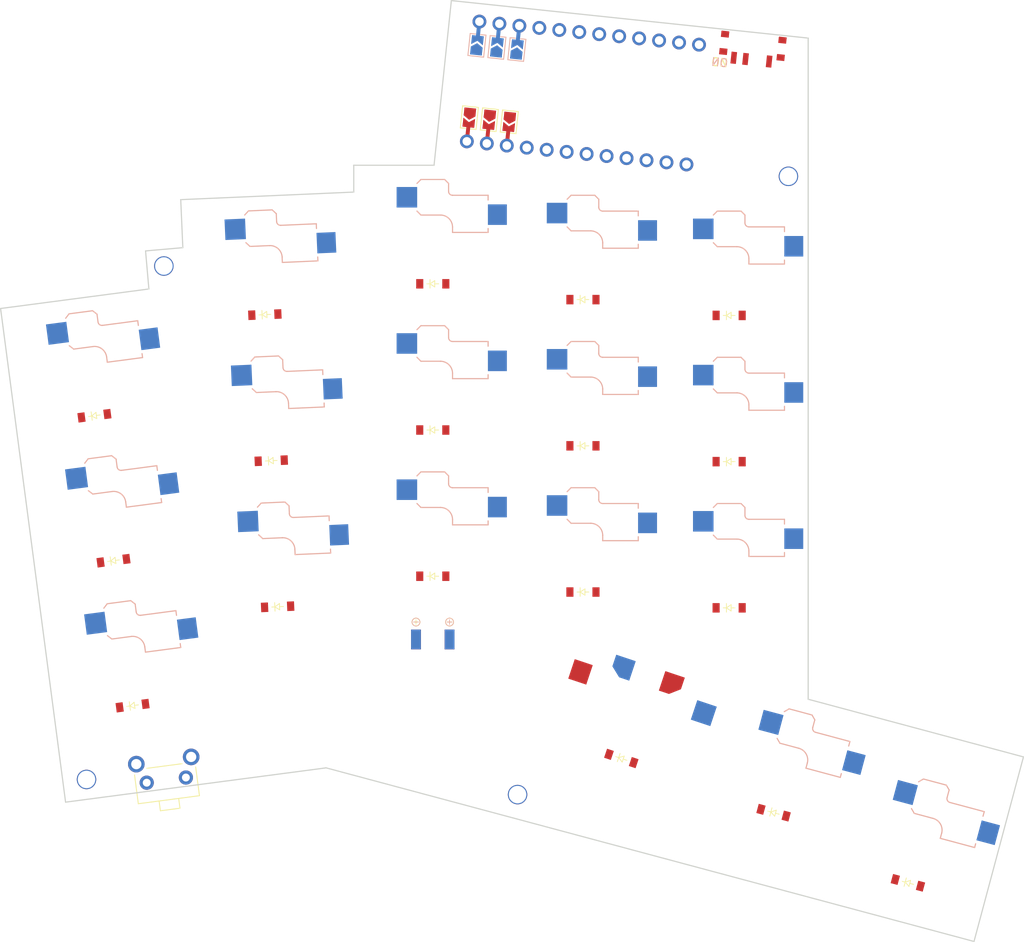
<source format=kicad_pcb>
(kicad_pcb (version 20240108) (generator "pcbnew") (generator_version "8.0")
  (title_block (title "Sybil") (rev "v1.0.0") (company "Unknown"))
  (layers (0 "F.Cu" signal) (31 "B.Cu" signal) (34 "B.Paste" user) (35 "F.Paste" user) (36 "B.SilkS" user "B.Silkscreen") (37 "F.SilkS" user "F.Silkscreen") (38 "B.Mask" user) (39 "F.Mask" user) (44 "Edge.Cuts" user))
  (net 0 "")
  (net 1 "RAW")
  (net 2 "GND")
  (net 3 "RST")
  (net 4 "P10")
  (net 5 "P11")
  (net 6 "P12")
  (net 7 "P13")
  (net 8 "P14")
  (net 9 "P15")
  (net 10 "P16")
  (net 11 "P17")
  (net 12 "P20")
  (net 13 "P21")
  (net 14 "P22")
  (net 15 "P23")
  (net 16 "P24")
  (net 17 "P25")
  (net 18 "P26")
  (net 19 "P27")
  (net 20 "C0")
  (net 21 "pinky_bottom")
  (net 22 "pinky_home")
  (net 23 "pinky_top")
  (net 24 "C1")
  (net 25 "ring_bottom")
  (net 26 "ring_home")
  (net 27 "ring_top")
  (net 28 "C2")
  (net 29 "middle_bottom")
  (net 30 "middle_home")
  (net 31 "middle_top")
  (net 32 "C3")
  (net 33 "index_bottom")
  (net 34 "index_home")
  (net 35 "index_top")
  (net 36 "C4")
  (net 37 "inner_bottom")
  (net 38 "inner_home")
  (net 39 "inner_top")
  (net 40 "flexion_cluster")
  (net 41 "base_cluster")
  (net 42 "extension_cluster")
  (net 43 "R2")
  (net 44 "R1")
  (net 45 "R0")
  (net 46 "R3")
  (net 47 "BAT_P")
  (footprint "ComboDiode" (layer "F.Cu") (at 157.634462 72.082685)
    (property "Reference" "D11" (hide yes))
    (property "Value" "")
    (pad "1" smd rect (at -1.65 0) (size 0.9 1.2) (layers "F.Cu" "F.Paste" "F.Mask") (net 44 "R1"))
    (pad "2" smd rect (at 1.65 0) (size 0.9 1.2) (layers "F.Cu" "F.Paste" "F.Mask") (net 34 "index_home"))
  )
  (footprint "ComboDiode" (layer "F.Cu") (at 117.388535 55.482674 2.5)
    (property "Reference" "D6" (hide yes))
    (property "Value" "")
    (pad "1" smd rect (at -1.65 0 2.5) (size 0.9 1.2) (layers "F.Cu" "F.Paste" "F.Mask") (net 45 "R0"))
    (pad "2" smd rect (at 1.65 0 2.5) (size 0.9 1.2) (layers "F.Cu" "F.Paste" "F.Mask") (net 27 "ring_top"))
  )
  (footprint "ComboDiode" (layer "F.Cu") (at 162.490785 111.64179 -18.5)
    (property "Reference" "D16" (hide yes))
    (property "Value" "")
    (pad "1" smd rect (at -1.65 0 341.5) (size 0.9 1.2) (layers "F.Cu" "F.Paste" "F.Mask") (net 46 "R3"))
    (pad "2" smd rect (at 1.65 0 341.5) (size 0.9 1.2) (layers "F.Cu" "F.Paste" "F.Mask") (net 40 "flexion_cluster"))
  )
  (footprint "ComboDiode" (layer "F.Cu") (at 181.753363 118.50284 -15)
    (property "Reference" "D17" (hide yes))
    (property "Value" "")
    (pad "1" smd rect (at -1.65 0.000001 345) (size 0.9 1.2) (layers "F.Cu" "F.Paste" "F.Mask") (net 46 "R3"))
    (pad "2" smd rect (at 1.65 -0.000001 345) (size 0.9 1.2) (layers "F.Cu" "F.Paste" "F.Mask") (net 41 "base_cluster"))
  )
  (footprint "mounting_hole" (layer "F.Cu") (at 183.634462 37.982685)
    (property "Reference" "H2" (hide yes))
    (property "Value" "")
    (pad "" thru_hole circle (at 0 0 180) (size 2.46 2.46) (drill 2.2) (layers "*.Cu" "*.Mask"))
  )
  (footprint "ComboDiode" (layer "F.Cu") (at 198.750659 127.378164 -15)
    (property "Reference" "D18" (hide yes))
    (property "Value" "")
    (pad "1" smd rect (at -1.65 0.000001 345) (size 0.9 1.2) (layers "F.Cu" "F.Paste" "F.Mask") (net 46 "R3"))
    (pad "2" smd rect (at 1.65 -0.000001 345) (size 0.9 1.2) (layers "F.Cu" "F.Paste" "F.Mask") (net 42 "extension_cluster"))
  )
  (footprint "ComboDiode" (layer "F.Cu") (at 98.237896 86.615494 7.5)
    (property "Reference" "D2" (hide yes))
    (property "Value" "")
    (pad "1" smd rect (at -1.65 0 7.5) (size 0.9 1.2) (layers "F.Cu" "F.Paste" "F.Mask") (net 44 "R1"))
    (pad "2" smd rect (at 1.65 0 7.5) (size 0.9 1.2) (layers "F.Cu" "F.Paste" "F.Mask") (net 22 "pinky_home"))
  )
  (footprint "ComboDiode" (layer "F.Cu") (at 176.134462 92.582685)
    (property "Reference" "D13" (hide yes))
    (property "Value" "")
    (pad "1" smd rect (at -1.65 0) (size 0.9 1.2) (layers "F.Cu" "F.Paste" "F.Mask") (net 43 "R2"))
    (pad "2" smd rect (at 1.65 0) (size 0.9 1.2) (layers "F.Cu" "F.Paste" "F.Mask") (net 37 "inner_bottom"))
  )
  (footprint "ComboDiode" (layer "F.Cu") (at 100.652631 104.957224 7.5)
    (property "Reference" "D1" (hide yes))
    (property "Value" "")
    (pad "1" smd rect (at -1.65 0 7.5) (size 0.9 1.2) (layers "F.Cu" "F.Paste" "F.Mask") (net 43 "R2"))
    (pad "2" smd rect (at 1.65 0 7.5) (size 0.9 1.2) (layers "F.Cu" "F.Paste" "F.Mask") (net 21 "pinky_bottom"))
  )
  (footprint "ComboDiode" (layer "F.Cu") (at 157.634462 53.582685)
    (property "Reference" "D12" (hide yes))
    (property "Value" "")
    (pad "1" smd rect (at -1.65 0) (size 0.9 1.2) (layers "F.Cu" "F.Paste" "F.Mask") (net 45 "R0"))
    (pad "2" smd rect (at 1.65 0) (size 0.9 1.2) (layers "F.Cu" "F.Paste" "F.Mask") (net 35 "index_top"))
  )
  (footprint "mounting_hole" (layer "F.Cu") (at 94.82199 114.298189 7.5)
    (property "Reference" "H3" (hide yes))
    (property "Value" "")
    (pad "" thru_hole circle (at 0 0 180) (size 2.46 2.46) (drill 2.2) (layers "*.Cu" "*.Mask"))
  )
  (footprint "pads" (layer "F.Cu") (at 138.634462 96.582685)
    (property "Reference" "PAD1" (hide yes))
    (property "Value" "")
    (pad "1" smd rect (at -2.125 0) (size 1.25 2.5) (layers "F.Cu" "F.Paste" "F.Mask") (net 47 "BAT_P"))
    (pad "1" smd rect (at -2.125 0) (size 1.25 2.5) (layers "B.Cu" "B.Paste" "B.Mask") (net 2 "GND"))
    (pad "2" smd rect (at 2.125 0) (size 1.25 2.5) (layers "F.Cu" "F.Paste" "F.Mask") (net 2 "GND"))
    (pad "2" smd rect (at 2.125 0) (size 1.25 2.5) (layers "B.Cu" "B.Paste" "B.Mask") (net 47 "BAT_P"))
  )
  (footprint "1:SKHLLCA010" (layer "F.Cu") (at 104.755952 113.141148 -172.5)
    (property "Reference" "S19" (hide yes))
    (property "Value" "SKHLLCA010")
    (pad "1" thru_hole circle (at 2.5 -1.25 187.5) (size 1.8 1.8) (drill 1) (layers "*.Cu" "B.Mask") (net 3 "RST"))
    (pad "2" thru_hole circle (at -2.5 -1.25 187.5) (size 1.8 1.8) (drill 1) (layers "*.Cu" "B.Mask") (net 2 "GND"))
    (pad "MP" thru_hole circle (at -3.5 1.25 187.5) (size 2.1 2.1) (drill 1.3) (layers "*.Cu" "*.Mask"))
    (pad "MP" thru_hole circle (at 3.5 1.25 187.5) (size 2.1 2.1) (drill 1.3) (layers "*.Cu" "*.Mask"))
  )
  (footprint "ComboDiode" (layer "F.Cu") (at 138.634462 70.082685)
    (property "Reference" "D8" (hide yes))
    (property "Value" "")
    (pad "1" smd rect (at -1.65 0) (size 0.9 1.2) (layers "F.Cu" "F.Paste" "F.Mask") (net 44 "R1"))
    (pad "2" smd rect (at 1.65 0) (size 0.9 1.2) (layers "F.Cu" "F.Paste" "F.Mask") (net 30 "middle_home"))
  )
  (footprint "ComboDiode" (layer "F.Cu") (at 176.134462 74.082685)
    (property "Reference" "D14" (hide yes))
    (property "Value" "")
    (pad "1" smd rect (at -1.65 0) (size 0.9 1.2) (layers "F.Cu" "F.Paste" "F.Mask") (net 44 "R1"))
    (pad "2" smd rect (at 1.65 0) (size 0.9 1.2) (layers "F.Cu" "F.Paste" "F.Mask") (net 38 "inner_home"))
  )
  (footprint "ComboDiode" (layer "F.Cu") (at 176.134462 55.582685)
    (property "Reference" "D15" (hide yes))
    (property "Value" "")
    (pad "1" smd rect (at -1.65 0) (size 0.9 1.2) (layers "F.Cu" "F.Paste" "F.Mask") (net 45 "R0"))
    (pad "2" smd rect (at 1.65 0) (size 0.9 1.2) (layers "F.Cu" "F.Paste" "F.Mask") (net 39 "inner_top"))
  )
  (footprint "1:promicro" (layer "F.Cu") (at 157.634462 27.442685 84)
    (property "Reference" "MCU1" (hide yes))
    (property "Value" "mcu" (hide yes))
    (pad "" thru_hole circle (at -7.62 -13.97 354) (size 1.7526 1.7526) (drill 1.0922) (layers "*.Cu" "*.Mask"))
    (pad "" thru_hole circle (at -7.62 -11.43 354) (size 1.7526 1.7526) (drill 1.0922) (layers "*.Cu" "*.Mask"))
    (pad "" thru_hole circle (at -7.62 -8.89 354) (size 1.7526 1.7526) (drill 1.0922) (layers "*.Cu" "*.Mask"))
    (pad "" thru_hole circle (at -7.62 -6.35 354) (size 1.7526 1.7526) (drill 1.0922) (layers "*.Cu" "*.Mask"))
    (pad "" smd rect (at -6.25 -13.97 354) (size 0.5 1.524) (layers "F.Cu" "F.Mask"))
    (pad "" smd rect (at -6.25 -11.43 354) (size 0.5 1.524) (layers "F.Cu" "F.Mask"))
    (pad "" smd rect (at -6.25 -8.89 354) (size 0.5 1.524) (layers "F.Cu" "F.Mask"))
    (pad "" smd custom (at -5.325 -13.97 264) (size 0.3 0.3) (layers "F.Cu" "F.Mask") (options (clearance outline) (anchor rect)) (primitives (gr_poly (pts (xy 0.5 0.75) (xy -0.65 0.75) (xy -0.15 0) (xy -0.65 -0.75) (xy 0.5 -0.75)) (width 0) (fill yes))))
    (pad "" smd custom (at -5.325 -11.43 264) (size 0.3 0.3) (layers "F.Cu" "F.Mask") (options (clearance outline) (anchor rect)) (primitives (gr_poly (pts (xy 0.5 0.75) (xy -0.65 0.75) (xy -0.15 0) (xy -0.65 -0.75) (xy 0.5 -0.75)) (width 0) (fill yes))))
    (pad "" smd custom (at -5.325 -8.89 264) (size 0.3 0.3) (layers "F.Cu" "F.Mask") (options (clearance outline) (anchor rect)) (primitives (gr_poly (pts (xy 0.5 0.75) (xy -0.65 0.75) (xy -0.15 0) (xy -0.65 -0.75) (xy 0.5 -0.75)) (width 0) (fill yes))))
    (pad "" smd custom (at 5.325 -13.97 264) (size 0.3 0.3) (layers "B.Cu" "B.Mask") (options (clearance outline) (anchor rect)) (primitives (gr_poly (pts (xy 0.15 0) (xy 0.65 0.75) (xy -0.5 0.75) (xy -0.5 -0.75) (xy 0.65 -0.75)) (width 0) (fill yes))))
    (pad "" smd custom (at 5.325 -11.43 264) (size 0.3 0.3) (layers "B.Cu" "B.Mask") (options (clearance outline) (anchor rect)) (primitives (gr_poly (pts (xy 0.15 0) (xy 0.65 0.75) (xy -0.5 0.75) (xy -0.5 -0.75) (xy 0.65 -0.75)) (width 0) (fill yes))))
    (pad "" smd custom (at 5.325 -8.89 264) (size 0.3 0.3) (layers "B.Cu" "B.Mask") (options (clearance outline) (anchor rect)) (primitives (gr_poly (pts (xy 0.15 0) (xy 0.65 0.75) (xy -0.5 0.75) (xy -0.5 -0.75) (xy 0.65 -0.75)) (width 0) (fill yes))))
    (pad "" smd rect (at 6.275 -13.97 354) (size 0.5 1.524) (layers "B.Cu" "B.Mask"))
    (pad "" smd rect (at 6.275 -11.43 354) (size 0.5 1.524) (layers "B.Cu" "B.Mask"))
    (pad "" smd rect (at 6.275 -8.89 354) (size 0.5 1.524) (layers "B.Cu" "B.Mask"))
    (pad "" thru_hole circle (at 7.62 -13.97 354) (size 1.7526 1.7526) (drill 1.0922) (layers "*.Cu" "*.Mask"))
    (pad "" thru_hole circle (at 7.62 -11.43 84) (size 1.7526 1.7526) (drill 1.0922) (layers "*.Cu" "*.Mask"))
    (pad "" thru_hole circle (at 7.62 -8.89 354) (size 1.7526 1.7526) (drill 1.0922) (layers "*.Cu" "*.Mask"))
    (pad "" thru_hole circle (at 7.62 -6.35 354) (size 1.7526 1.7526) (drill 1.0922) (layers "*.Cu" "*.Mask"))
    (pad "1" smd custom (at -3.875 -13.97 264) (size 0.3 0.3) (layers "F.Cu" "F.Mask") (net 1 "RAW") (options (clearance outline) (anchor rect)) (primitives (gr_poly (pts (xy 1 0) (xy 0.5 0.75) (xy -0.5 0.75) (xy -0.5 -0.75) (xy 0.5 -0.75)) (width 0) (fill yes))))
    (pad "1" smd custom (at 3.875 -13.97 264) (size 0.3 0.3) (layers "B.Cu" "B.Mask") (net 1 "RAW") (options (clearance outline) (anchor rect)) (primitives (gr_poly (pts (xy 0.5 0.75) (xy -0.5 0.75) (xy -1 0) (xy -0.5 -0.75) (xy 0.5 -0.75)) (width 0) (fill yes))))
    (pad "2" smd custom (at -3.875 -11.43 264) (size 0.3 0.3) (layers "F.Cu" "F.Mask") (net 2 "GND") (options (clearance outline) (anchor rect)) (primitives (gr_poly (pts (xy 1 0) (xy 0.5 0.75) (xy -0.5 0.75) (xy -0.5 -0.75) (xy 0.5 -0.75)) (width 0) (fill yes))))
    (pad "2" smd custom (at 3.875 -11.43 264) (size 0.3 0.3) (layers "B.Cu" "B.Mask") (net 2 "GND") (options (clearance outline) (anchor rect)) (primitives (gr_poly (pts (xy 0.5 0.75) (xy -0.5 0.75) (xy -1 0) (xy -0.5 -0.75) (xy 0.5 -0.75)) (width 0) (fill yes))))
    (pad "3" smd custom (at -3.875 -8.89 264) (size 0.3 0.3) (layers "F.Cu" "F.Mask") (net 3 "RST") (options (clearance outline) (anchor rect)) (primitives (gr_poly (pts (xy 1 0) (xy 0.5 0.75) (xy -0.5 0.75) (xy -0.5 -0.75) (xy 0.5 -0.75)) (width 0) (fill yes))))
    (pad "3" smd custom (at 3.875 -8.89 264) (size 0.3 0.3) (layers "B.Cu" "B.Mask") (net 3 "RST") (options (clearance outline) (anchor rect)) (primitives (gr_poly (pts (xy 0.5 0.75) (xy -0.5 0.75) (xy -1 0) (xy -0.5 -0.75) (xy 0.5 -0.75)) (width 0) (fill yes))))
    (pad "10" thru_hole circle (at -7.62 -3.81 354) (size 1.7526 1.7526) (drill 1.0922) (layers "*.Cu" "*.Mask") (net 4 "P10"))
    (pad "11" thru_hole circle (at -7.62 -1.27 354) (size 1.7526 1.7526) (drill 1.0922) (layers "*.Cu" "*.Mask") (net 5 "P11"))
    (pad "12" thru_hole circle (at -7.62 1.27 354) (size 1.7526 1.7526) (drill 1.0922) (layers "*.Cu" "*.Mask") (net 6 "P12"))
    (pad "13" thru_hole circle (at -7.62 3.81 354) (size 1.7526 1.7526) (drill 1.0922) (layers "*.Cu" "*.Mask") (net 7 "P13"))
    (pad "14" thru_hole circle (at -7.62 6.35 354) (size 1.7526 1.7526) (drill 1.0922) (layers "*.Cu" "*.Mask") (net 8 "P14"))
    (pad "15" thru_hole circle (at -7.62 8.89 354) (size 1.7526 1.7526) (drill 1.0922) (layers "*.Cu" "*.Mask") (net 9 "P15"))
    (pad "16" thru_hole circle (at -7.62 11.43 354) (size 1.7526 1.7526) (drill 1.0922) (layers "*.Cu" "*.Mask") (net 10 "P16"))
    (pad "17" thru_hole circle (at -7.62 13.97 354) (size 1.7526 1.7526) (drill 1.0922) (layers "*.Cu" "*.Mask") (net 11 "P17"))
    (pad "20" thru_hole circle (at 7.62 -3.81 354) (size 1.7526 1.7526) (drill 1.0922) (layers "*.Cu" "*.Mask") (net 12 "P20"))
    (pad "21" thru_hole circle (at 7.62 -1.27 354) (size 1.7526 1.7526) (drill 1.0922) (layers "*.Cu" "*.Mask") (net 13 "P21"))
    (pad "22" thru_hole circle (at 7.62 1.27 354) (size 1.7526 1.7526) (drill 1.0922) (layers "*.Cu" "*.Mask") (net 14 "P22"))
    (pad "23" thru_hole circle (at 7.62 3.81 354) (size 1.7526 1.7526) (drill 1.0922) (layers "*.Cu" "*.Mask") (net 15 "P23"))
    (pad "24" thru_hole circle (at 7.62 6.35 354) (size 1.7526 1.7526) (drill 1.0922) (layers "*.Cu" "*.Mask") (net 16 "P24"))
    (pad "25" thru_hole circle (at 7.62 8.89 354) (size 1.7526 1.7526) (drill 1.0922) (layers "*.Cu" "*.Mask") (net 17 "P25"))
    (pad "26" thru_hole circle (at 7.62 11.43 354) (size 1.7526 1.7526) (drill 1.0922) (layers "*.Cu" "*.Mask") (net 18 "P26"))
    (pad "27" thru_hole circle (at 7.62 13.97 354) (size 1.7526 1.7526) (drill 1.0922) (layers "*.Cu" "*.Mask") (net 19 "P27"))
  )
  (footprint "ComboDiode" (layer "F.Cu") (at 138.634462 88.582685)
    (property "Reference" "D7" (hide yes))
    (property "Value" "")
    (pad "1" smd rect (at -1.65 0) (size 0.9 1.2) (layers "F.Cu" "F.Paste" "F.Mask") (net 43 "R2"))
    (pad "2" smd rect (at 1.65 0) (size 0.9 1.2) (layers "F.Cu" "F.Paste" "F.Mask") (net 29 "middle_bottom"))
  )
  (footprint "mounting_hole" (layer "F.Cu") (at 149.362135 116.21219 -18.5)
    (property "Reference" "H4" (hide yes))
    (property "Value" "")
    (pad "" thru_hole circle (at 0 0 180) (size 2.46 2.46) (drill 2.2) (layers "*.Cu" "*.Mask"))
  )
  (footprint "mounting_hole" (layer "F.Cu") (at 104.608183 49.334294 2.5)
    (property "Reference" "H1" (hide yes))
    (property "Value" "")
    (pad "" thru_hole circle (at 0 0 180) (size 2.46 2.46) (drill 2.2) (layers "*.Cu" "*.Mask"))
  )
  (footprint "1:PCM12SMTR_front" (layer "F.Cu") (at 179.134462 21.492585 84)
    (property "Reference" "SW1" (hide yes))
    (property "Value" "" (hide yes))
    (pad "" smd rect (at -1.085 -3.65 174) (size 1 0.8) (layers "F.Cu" "F.Paste" "F.Mask"))
    (pad "" smd rect (at -1.085 3.65 174) (size 1 0.8) (layers "F.Cu" "F.Paste" "F.Mask"))
    (pad "" smd rect (at 1.125 -3.65 174) (size 1 0.8) (layers "F.Cu" "F.Paste" "F.Mask"))
    (pad "" smd rect (at 1.125 3.65 174) (size 1 0.8) (layers "F.Cu" "F.Paste" "F.Mask"))
    (pad "1" smd rect (at -1.735002 2.25 174) (size 0.7 1.5) (layers "F.Cu" "F.Paste" "F.Mask"))
    (pad "2" smd rect (at -1.735 -0.75 174) (size 0.7 1.5) (layers "F.Cu" "F.Paste" "F.Mask") (net 1 "RAW"))
    (pad "3" smd rect (at -1.735 -2.25 174) (size 0.7 1.5) (layers "F.Cu" "F.Paste" "F.Mask") (net 47 "BAT_P"))
  )
  (footprint "ComboDiode" (layer "F.Cu") (at 138.634462 51.582685)
    (property "Reference" "D9" (hide yes))
    (property "Value" "")
    (pad "1" smd rect (at -1.65 0) (size 0.9 1.2) (layers "F.Cu" "F.Paste" "F.Mask") (net 45 "R0"))
    (pad "2" smd rect (at 1.65 0) (size 0.9 1.2) (layers "F.Cu" "F.Paste" "F.Mask") (net 31 "middle_top"))
  )
  (footprint "ComboDiode" (layer "F.Cu") (at 95.823162 68.273765 7.5)
    (property "Reference" "D3" (hide yes))
    (property "Value" "")
    (pad "1" smd rect (at -1.65 0 7.5) (size 0.9 1.2) (layers "F.Cu" "F.Paste" "F.Mask") (net 45 "R0"))
    (pad "2" smd rect (at 1.65 0 7.5) (size 0.9 1.2) (layers "F.Cu" "F.Paste" "F.Mask") (net 23 "pinky_top"))
  )
  (footprint "ComboDiode" (layer "F.Cu") (at 119.002453 92.447459 2.5)
    (property "Reference" "D4" (hide yes))
    (property "Value" "")
    (pad "1" smd rect (at -1.65 0 2.5) (size 0.9 1.2) (layers "F.Cu" "F.Paste" "F.Mask") (net 43 "R2"))
    (pad "2" smd rect (at 1.65 0 2.5) (size 0.9 1.2) (layers "F.Cu" "F.Paste" "F.Mask") (net 25 "ring_bottom"))
  )
  (footprint "ComboDiode" (layer "F.Cu") (at 157.634462 90.582685)
    (property "Reference" "D10" (hide yes))
    (property "Value" "")
    (pad "1" smd rect (at -1.65 0) (size 0.9 1.2) (layers "F.Cu" "F.Paste" "F.Mask") (net 43 "R2"))
    (pad "2" smd rect (at 1.65 0) (size 0.9 1.2) (layers "F.Cu" "F.Paste" "F.Mask") (net 33 "index_bottom"))
  )
  (footprint "icon_bat" (layer "F.Cu") (at 138.634462 94.382685)
    (property "Reference" "ICON1" (hide yes))
    (property "Value" "")
  )
  (footprint "ComboDiode" (layer "F.Cu") (at 118.195494 73.965066 2.5)
    (property "Reference" "D5" (hide yes))
    (property "Value" "")
    (pad "1" smd rect (at -1.65 0 2.5) (size 0.9 1.2) (layers "F.Cu" "F.Paste" "F.Mask") (net 44 "R1"))
    (pad "2" smd rect (at 1.65 0 2.5) (size 0.9 1.2) (layers "F.Cu" "F.Paste" "F.Mask") (net 26 "ring_home"))
  )
  (footprint "1:switch_choc_v1_v2" (layer "B.Cu") (at 138.634462 83.582685)
    (property "Reference" "S7" (hide yes))
    (property "Value" "")
    (pad "" np_thru_hole circle (at -5.5 0) (size 1.9 1.9) (drill 1.9) (layers "*.Cu"))
    (pad "" np_thru_hole circle (at -5 5.15) (size 1.6 1.6) (drill 1.6) (layers "*.Cu" "*.Mask"))
    (pad "" np_thru_hole circle (at 0 -5.95) (size 3 3) (drill 3) (layers "*.Cu" "*.Mask"))
    (pad "" np_thru_hole circle (at 0 0) (size 5 5) (drill 5) (layers "*.Cu"))
    (pad "" np_thru_hole circle (at 5 -3.75 195) (size 3 3) (drill 3) (layers "*.Cu" "*.Mask"))
    (pad "" np_thru_hole circle (at 5.5 0) (size 1.9 1.9) (drill 1.9) (layers "*.Cu"))
    (pad "1" smd rect (at -3.275 -5.95) (size 2.6 2.6) (layers "B.Cu" "B.Paste" "B.Mask") (net 28 "C2"))
    (pad "2" smd rect (at 8.175 -3.75) (size 2.4 2.6) (layers "B.Cu" "B.Paste" "B.Mask") (net 29 "middle_bottom"))
  )
  (footprint "1:switch_choc_v1_v2" (layer "B.Cu") (at 176.134462 50.582685)
    (property "Reference" "S15" (hide yes))
    (property "Value" "")
    (pad "" np_thru_hole circle (at -5.5 0) (size 1.9 1.9) (drill 1.9) (layers "*.Cu"))
    (pad "" np_thru_hole circle (at -5 5.15) (size 1.6 1.6) (drill 1.6) (layers "*.Cu" "*.Mask"))
    (pad "" np_thru_hole circle (at 0 -5.95) (size 3 3) (drill 3) (layers "*.Cu" "*.Mask"))
    (pad "" np_thru_hole circle (at 0 0) (size 5 5) (drill 5) (layers "*.Cu"))
    (pad "" np_thru_hole circle (at 5 -3.75 195) (size 3 3) (drill 3) (layers "*.Cu" "*.Mask"))
    (pad "" np_thru_hole circle (at 5.5 0) (size 1.9 1.9) (drill 1.9) (layers "*.Cu"))
    (pad "1" smd rect (at -3.275 -5.95) (size 2.6 2.6) (layers "B.Cu" "B.Paste" "B.Mask") (net 36 "C4"))
    (pad "2" smd rect (at 8.175 -3.75) (size 2.4 2.6) (layers "B.Cu" "B.Paste" "B.Mask") (net 39 "inner_top"))
  )
  (footprint "1:switch_choc_v1_v2" (layer "B.Cu") (at 157.634462 48.582685)
    (property "Reference" "S12" (hide yes))
    (property "Value" "")
    (pad "" np_thru_hole circle (at -5.5 0) (size 1.9 1.9) (drill 1.9) (layers "*.Cu"))
    (pad "" np_thru_hole circle (at -5 5.15) (size 1.6 1.6) (drill 1.6) (layers "*.Cu" "*.Mask"))
    (pad "" np_thru_hole circle (at 0 -5.95) (size 3 3) (drill 3) (layers "*.Cu" "*.Mask"))
    (pad "" np_thru_hole circle (at 0 0) (size 5 5) (drill 5) (layers "*.Cu"))
    (pad "" np_thru_hole circle (at 5 -3.75 195) (size 3 3) (drill 3) (layers "*.Cu" "*.Mask"))
    (pad "" np_thru_hole circle (at 5.5 0) (size 1.9 1.9) (drill 1.9) (layers "*.Cu"))
    (pad "1" smd rect (at -3.275 -5.95) (size 2.6 2.6) (layers "B.Cu" "B.Paste" "B.Mask") (net 32 "C3"))
    (pad "2" smd rect (at 8.175 -3.75) (size 2.4 2.6) (layers "B.Cu" "B.Paste" "B.Mask") (net 35 "index_top"))
  )
  (footprint "1:switch_choc_v1_v2" (layer "B.Cu") (at 95.170531 63.31654 7.5)
    (property "Reference" "S3" (hide yes))
    (property "Value" "")
    (pad "" np_thru_hole circle (at -5.5 0 7.5) (size 1.9 1.9) (drill 1.9) (layers "*.Cu"))
    (pad "" np_thru_hole circle (at -5 5.15 7.5) (size 1.6 1.6) (drill 1.6) (layers "*.Cu" "*.Mask"))
    (pad "" np_thru_hole circle (at 0 -5.95 7.5) (size 3 3) (drill 3) (layers "*.Cu" "*.Mask"))
    (pad "" np_thru_hole circle (at 0 0 7.5) (size 5 5) (drill 5) (layers "*.Cu"))
    (pad "" np_thru_hole circle (at 5 -3.75 202.5) (size 3 3) (drill 3) (layers "*.Cu" "*.Mask"))
    (pad "" np_thru_hole circle (at 5.5 0 7.5) (size 1.9 1.9) (drill 1.9) (layers "*.Cu"))
    (pad "1" smd rect (at -3.275 -5.95 7.5) (size 2.6 2.6) (layers "B.Cu" "B.Paste" "B.Mask") (net 20 "C0"))
    (pad "2" smd rect (at 8.175 -3.75 7.5) (size 2.4 2.6) (layers "B.Cu" "B.Paste" "B.Mask") (net 23 "pinky_top"))
  )
  (footprint "1:switch_choc_v1_v2" (layer "B.Cu") (at 138.634462 46.582685)
    (property "Reference" "S9" (hide yes))
    (property "Value" "")
    (pad "" np_thru_hole circle (at -5.5 0) (size 1.9 1.9) (drill 1.9) (layers "*.Cu"))
    (pad "" np_thru_hole circle (at -5 5.15) (size 1.6 1.6) (drill 1.6) (layers "*.Cu" "*.Mask"))
    (pad "" np_thru_hole circle (at 0 -5.95) (size 3 3) (drill 3) (layers "*.Cu" "*.Mask"))
    (pad "" np_thru_hole circle (at 0 0) (size 5 5) (drill 5) (layers "*.Cu"))
    (pad "" np_thru_hole circle (at 5 -3.75 195) (size 3 3) (drill 3) (layers "*.Cu" "*.Mask"))
    (pad "" np_thru_hole circle (at 5.5 0) (size 1.9 1.9) (drill 1.9) (layers "*.Cu"))
    (pad "1" smd rect (at -3.275 -5.95) (size 2.6 2.6) (layers "B.Cu" "B.Paste" "B.Mask") (net 28 "C2"))
    (pad "2" smd rect (at 8.175 -3.75) (size 2.4 2.6) (layers "B.Cu" "B.Paste" "B.Mask") (net 31 "middle_top"))
  )
  (footprint "1:switch_choc_v1_v2" (layer "B.Cu") (at 118.784356 87.452217 2.5)
    (property "Reference" "S4" (hide yes))
    (property "Value" "")
    (pad "" np_thru_hole circle (at -5.5 0 2.5) (size 1.9 1.9) (drill 1.9) (layers "*.Cu"))
    (pad "" np_thru_hole circle (at -5 5.15 2.5) (size 1.6 1.6) (drill 1.6) (layers "*.Cu" "*.Mask"))
    (pad "" np_thru_hole circle (at 0 -5.95 2.5) (size 3 3) (drill 3) (layers "*.Cu" "*.Mask"))
    (pad "" np_thru_hole circle (at 0 0 2.5) (size 5 5) (drill 5) (layers "*.Cu"))
    (pad "" np_thru_hole circle (at 5 -3.75 197.5) (size 3 3) (drill 3) (layers "*.Cu" "*.Mask"))
    (pad "" np_thru_hole circle (at 5.5 0 2.5) (size 1.9 1.9) (drill 1.9) (layers "*.Cu"))
    (pad "1" smd rect (at -3.275 -5.95 2.5) (size 2.6 2.6) (layers "B.Cu" "B.Paste" "B.Mask") (net 24 "C1"))
    (pad "2" smd rect (at 8.175 -3.75 2.5) (size 2.4 2.6) (layers "B.Cu" "B.Paste" "B.Mask") (net 25 "ring_bottom"))
  )
  (footprint "1:switch_choc_v1_v2" (layer "B.Cu") (at 138.634462 65.082685)
    (property "Reference" "S8" (hide yes))
    (property "Value" "")
    (pad "" np_thru_hole circle (at -5.5 0) (size 1.9 1.9) (drill 1.9) (layers "*.Cu"))
    (pad "" np_thru_hole circle (at -5 5.15) (size 1.6 1.6) (drill 1.6) (layers "*.Cu" "*.Mask"))
    (pad "" np_thru_hole circle (at 0 -5.95) (size 3 3) (drill 3) (layers "*.Cu" "*.Mask"))
    (pad "" np_thru_hole circle (at 0 0) (size 5 5) (drill 5) (layers "*.Cu"))
    (pad "" np_thru_hole circle (at 5 -3.75 195) (size 3 3) (drill 3) (layers "*.Cu" "*.Mask"))
    (pad "" np_thru_hole circle (at 5.5 0) (size 1.9 1.9) (drill 1.9) (layers "*.Cu"))
    (pad "1" smd rect (at -3.275 -5.95) (size 2.6 2.6) (layers "B.Cu" "B.Paste" "B.Mask") (net 28 "C2"))
    (pad "2" smd rect (at 8.175 -3.75) (size 2.4 2.6) (layers "B.Cu" "B.Paste" "B.Mask") (net 30 "middle_home"))
  )
  (footprint "1:switch_choc_v1_v2" (layer "B.Cu") (at 176.134462 69.082685)
    (property "Reference" "S14" (hide yes))
    (property "Value" "")
    (pad "" np_thru_hole circle (at -5.5 0) (size 1.9 1.9) (drill 1.9) (layers "*.Cu"))
    (pad "" np_thru_hole circle (at -5 5.15) (size 1.6 1.6) (drill 1.6) (layers "*.Cu" "*.Mask"))
    (pad "" np_thru_hole circle (at 0 -5.95) (size 3 3) (drill 3) (layers "*.Cu" "*.Mask"))
    (pad "" np_thru_hole circle (at 0 0) (size 5 5) (drill 5) (layers "*.Cu"))
    (pad "" np_thru_hole circle (at 5 -3.75 195) (size 3 3) (drill 3) (layers "*.Cu" "*.Mask"))
    (pad "" np_thru_hole circle (at 5.5 0) (size 1.9 1.9) (drill 1.9) (layers "*.Cu"))
    (pad "1" smd rect (at -3.275 -5.95) (size 2.6 2.6) (layers "B.Cu" "B.Paste" "B.Mask") (net 36 "C4"))
    (pad "2" smd rect (at 8.175 -3.75) (size 2.4 2.6) (layers "B.Cu" "B.Paste" "B.Mask") (net 38 "inner_home"))
  )
  (footprint "1:switch_choc_v1_v2" (layer "B.Cu") (at 97.585265 81.65827 7.5)
    (property "Reference" "S2" (hide yes))
    (property "Value" "")
    (pad "" np_thru_hole circle (at -5.5 0 7.5) (size 1.9 1.9) (drill 1.9) (layers "*.Cu"))
    (pad "" np_thru_hole circle (at -5 5.15 7.5) (size 1.6 1.6) (drill 1.6) (layers "*.Cu" "*.Mask"))
    (pad "" np_thru_hole circle (at 0 -5.95 7.5) (size 3 3) (drill 3) (layers "*.Cu" "*.Mask"))
    (pad "" np_thru_hole circle (at 0 0 7.5) (size 5 5) (drill 5) (layers "*.Cu"))
    (pad "" np_thru_hole circle (at 5 -3.75 202.5) (size 3 3) (drill 3) (layers "*.Cu" "*.Mask"))
    (pad "" np_thru_hole circle (at 5.5 0 7.5) (size 1.9 1.9) (drill 1.9) (layers "*.Cu"))
    (pad "1" smd rect (at -3.275 -5.95 7.5) (size 2.6 2.6) (layers "B.Cu" "B.Paste" "B.Mask") (net 20 "C0"))
    (pad "2" smd rect (at 8.175 -3.75 7.5) (size 2.4 2.6) (layers "B.Cu" "B.Paste" "B.Mask") (net 22 "pinky_home"))
  )
  (footprint "1:switch_choc_v1_v2" (layer "B.Cu") (at 157.634462 67.082685)
    (property "Reference" "S11" (hide yes))
    (property "Value" "")
    (pad "" np_thru_hole circle (at -5.5 0) (size 1.9 1.9) (drill 1.9) (layers "*.Cu"))
    (pad "" np_thru_hole circle (at -5 5.15) (size 1.6 1.6) (drill 1.6) (layers "*.Cu" "*.Mask"))
    (pad "" np_thru_hole circle (at 0 -5.95) (size 3 3) (drill 3) (layers "*.Cu" "*.Mask"))
    (pad "" np_thru_hole circle (at 0 0) (size 5 5) (drill 5) (layers "*.Cu"))
    (pad "" np_thru_hole circle (at 5 -3.75 195) (size 3 3) (drill 3) (layers "*.Cu" "*.Mask"))
    (pad "" np_thru_hole circle (at 5.5 0) (size 1.9 1.9) (drill 1.9) (layers "*.Cu"))
    (pad "1" smd rect (at -3.275 -5.95) (size 2.6 2.6) (layers "B.Cu" "B.Paste" "B.Mask") (net 32 "C3"))
    (pad "2" smd rect (at 8.175 -3.75) (size 2.4 2.6) (layers "B.Cu" "B.Paste" "B.Mask") (net 34 "index_home"))
  )
  (footprint "1:switch_choc_v1_v2" (layer "B.Cu") (at 157.634462 85.582685)
    (property "Reference" "S10" (hide yes))
    (property "Value" "")
    (pad "" np_thru_hole circle (at -5.5 0) (size 1.9 1.9) (drill 1.9) (layers "*.Cu"))
    (pad "" np_thru_hole circle (at -5 5.15) (size 1.6 1.6) (drill 1.6) (layers "*.Cu" "*.Mask"))
    (pad "" np_thru_hole circle (at 0 -5.95) (size 3 3) (drill 3) (layers "*.Cu" "*.Mask"))
    (pad "" np_thru_hole circle (at 0 0) (size 5 5) (drill 5) (layers "*.Cu"))
    (pad "" np_thru_hole circle (at 5 -3.75 195) (size 3 3) (drill 3) (layers "*.Cu" "*.Mask"))
    (pad "" np_thru_hole circle (at 5.5 0) (size 1.9 1.9) (drill 1.9) (layers "*.Cu"))
    (pad "1" smd rect (at -3.275 -5.95) (size 2.6 2.6) (layers "B.Cu" "B.Paste" "B.Mask") (net 32 "C3"))
    (pad "2" smd rect (at 8.175 -3.75) (size 2.4 2.6) (layers "B.Cu" "B.Paste" "B.Mask") (net 33 "index_bottom"))
  )
  (footprint "1:choc_left" (layer "B.Cu") (at 164.077308 106.900172 -18.5)
    (property "Reference" "S16" (hide yes))
    (property "Value" "" (hide yes))
    (pad "" np_thru_hole circle (at -5.7 0 351.5) (size 1.7018 1.7018) (drill 1.7018) (layers "*.Cu" "*.Mask"))
    (pad "" np_thru_hole circle (at -5.2 -3.75 156.5) (size 3 3) (drill 3) (layers "*.Cu" "*.Mask"))
    (pad "" np_thru_hole circle (at -0.2 -5.95 351.5) (size 3 3) (drill 3) (layers "*.Cu" "*.Mask"))
    (pad "" np_thru_hole circle (at -0.2 0 351.5) (size 3.429 3.429) (drill 3.429) (layers "*.Cu" "*.Mask"))
    (pad "" np_thru_hole circle (at 4.8 -3.75 156.5) (size 3 3) (drill 3) (layers "*.Cu" "*.Mask"))
    (pad "" np_thru_hole circle (at 5.3 0 351.5) (size 1.7018 1.7018) (drill 1.7018) (layers "*.Cu" "*.Mask"))
    (pad "1" smd custom (at -3.475 -5.95 161.5) (size 0.5 0.5) (layers "B.Cu" "B.Paste" "B.Mask") (net 28 "C2") (options (clearance outline) (anchor rect)) (primitives (gr_poly (pts (xy -1.3 1.3) (xy -1.3 -1.3) (xy 0.05 -1.3) (xy 1.3 -0.25) (xy 1.3 1.3)) (width 0) (fill yes))))
    (pad "1" smd custom (at 3.075 -5.95 161.5) (size 1 1) (layers "F.Cu" "F.Paste" "F.Mask") (net 28 "C2") (options (clearance outline) (anchor rect)) (primitives (gr_poly (pts (xy -1.3 1.3) (xy -1.3 -0.25) (xy -0.05 -1.3) (xy 1.3 -1.3) (xy 1.3 1.3)) (width 0) (fill yes))))
    (pad "2" smd rect (at -8.375 -3.75 161.5) (size 2.4 2.6) (layers "F.Cu" "F.Paste" "F.Mask") (net 40 "flexion_cluster"))
    (pad "2" smd rect (at 8.075 -3.75 161.5) (size 2.6 2.6) (layers "B.Cu" "B.Paste" "B.Mask") (net 40 "flexion_cluster"))
  )
  (footprint "1:switch_choc_v1_v2" (layer "B.Cu") (at 117.170438 50.487433 2.5)
    (property "Reference" "S6" (hide yes))
    (property "Value" "")
    (pad "" np_thru_hole circle (at -5.5 0 2.5) (size 1.9 1.9) (drill 1.9) (layers "*.Cu"))
    (pad "" np_thru_hole circle (at -5 5.15 2.5) (size 1.6 1.6) (drill 1.6) (layers "*.Cu" "*.Mask"))
    (pad "" np_thru_hole circle (at 0 -5.95 2.5) (size 3 3) (drill 3) (layers "*.Cu" "*.Mask"))
    (pad "" np_thru_hole circle (at 0 0 2.5) (size 5 5) (drill 5) (layers "*.Cu"))
    (pad "" np_thru_hole circle (at 5 -3.75 197.5) (size 3 3) (drill 3) (layers "*.Cu" "*.Mask"))
    (pad "" np_thru_hole circle (at 5.5 0 2.5) (size 1.9 1.9) (drill 1.9) (layers "*.Cu"))
    (pad "1" smd rect (at -3.275 -5.95 2.5) (size 2.6 2.6) (layers "B.Cu" "B.Paste" "B.Mask") (net 24 "C1"))
    (pad "2" smd rect (at 8.175 -3.75 2.5) (size 2.4 2.6) (layers "B.Cu" "B.Paste" "B.Mask") (net 27 "ring_top"))
  )
  (footprint "1:switch_choc_v1_v2" (layer "B.Cu") (at 200.044754 122.548534 -15)
    (property "Reference" "S18" (hide yes))
    (property "Value" "")
    (pad "" np_thru_hole circle (at -5.5 0 345) (size 1.9 1.9) (drill 1.9) (layers "*.Cu"))
    (pad "" np_thru_hole circle (at -5 5.15 345) (size 1.6 1.6) (drill 1.6) (layers "*.Cu" "*.Mask"))
    (pad "" np_thru_hole circle (at 0 -5.95 345) (size 3 3) (drill 3) (layers "*.Cu" "*.Mask"))
    (pad "" np_thru_hole circle (at 0 0 345) (size 5 5) (drill 5) (layers "*.Cu"))
    (pad "" np_thru_hole circle (at 5 -3.75 180) (size 3 3) (drill 3) (layers "*.Cu" "*.Mask"))
    (pad "" np_thru_hole circle (at 5.5 0 345) (size 1.9 1.9) (drill 1.9) (layers "*.Cu"))
    (pad "1" smd rect (at -3.275 -5.95 345) (size 2.6 2.6) (layers "B.Cu" "B.Paste" "B.Mask") (net 36 "C4"))
    (pad "2" smd rect (at 8.175 -3.75 345) (size 2.4 2.6) (layers "B.Cu" "B.Paste" "B.Mask") (net 42 "extension_cluster"))
  )
  (footprint "1:switch_choc_v1_v2" (layer "B.Cu") (at 183.047458 113.673211 -15)
    (property "Reference" "S17" (hide yes))
    (property "Value" "")
    (pad "" np_thru_hole circle (at -5.5 0 345) (size 1.9 1.9) (drill 1.9) (layers "*.Cu"))
    (pad "" np_thru_hole circle (at -5 5.15 345) (size 1.6 1.6) (drill 1.6) (layers "*.Cu" "*.Mask"))
    (pad "" np_thru_hole circle (at 0 -5.95 345) (size 3 3) (drill 3) (layers "*.Cu" "*.Mask"))
    (pad "" np_thru_hole circle (at 0 0 345) (size 5 5) (drill 5) (layers "*.Cu"))
    (pad "" np_thru_hole circle (at 5 -3.75 180) (size 3 3) (drill 3) (layers "*.Cu" "*.Mask"))
    (pad "" np_thru_hole circle (at 5.5 0 345) (size 1.9 1.9) (drill 1.9) (layers "*.Cu"))
    (pad "1" smd rect (at -3.275 -5.95 345) (size 2.6 2.6) (layers "B.Cu" "B.Paste" "B.Mask") (net 32 "C3"))
    (pad "2" smd rect (at 8.175 -3.75 345) (size 2.4 2.6) (layers "B.Cu" "B.Paste" "B.Mask") (net 41 "base_cluster"))
  )
  (footprint "1:switch_choc_v1_v2" (layer "B.Cu") (at 100 100 7.5)
    (property "Reference" "S1" (hide yes))
    (property "Value" "")
    (pad "" np_thru_hole circle (at -5.5 0 7.5) (size 1.9 1.9) (drill 1.9) (layers "*.Cu"))
    (pad "" np_thru_hole circle (at -5 5.15 7.5) (size 1.6 1.6) (drill 1.6) (layers "*.Cu" "*.Mask"))
    (pad "" np_thru_hole circle (at 0 -5.95 7.5) (size 3 3) (drill 3) (layers "*.Cu" "*.Mask"))
    (pad "" np_thru_hole circle (at 0 0 7.5) (size 5 5) (drill 5) (layers "*.Cu"))
    (pad "" np_thru_hole circle (at 5 -3.75 202.5) (size 3 3) (drill 3) (layers "*.Cu" "*.Mask"))
    (pad "" np_thru_hole circle (at 5.5 0 7.5) (size 1.9 1.9) (drill 1.9) (layers "*.Cu"))
    (pad "1" smd rect (at -3.275 -5.95 7.5) (size 2.6 2.6) (layers "B.Cu" "B.Paste" "B.Mask") (net 20 "C0"))
    (pad "2" smd rect (at 8.175 -3.75 7.5) (size 2.4 2.6) (layers "B.Cu" "B.Paste" "B.Mask") (net 21 "pinky_bottom"))
  )
  (footprint "1:switch_choc_v1_v2" (layer "B.Cu") (at 176.134462 87.582685)
    (property "Reference" "S13" (hide yes))
    (property "Value" "")
    (pad "" np_thru_hole circle (at -5.5 0) (size 1.9 1.9) (drill 1.9) (layers "*.Cu"))
    (pad "" np_thru_hole circle (at -5 5.15) (size 1.6 1.6) (drill 1.6) (layers "*.Cu" "*.Mask"))
    (pad "" np_thru_hole circle (at 0 -5.95) (size 3 3) (drill 3) (layers "*.Cu" "*.Mask"))
    (pad "" np_thru_hole circle (at 0 0) (size 5 5) (drill 5) (layers "*.Cu"))
    (pad "" np_thru_hole circle (at 5 -3.75 195) (size 3 3) (drill 3) (layers "*.Cu" "*.Mask"))
    (pad "" np_thru_hole circle (at 5.5 0) (size 1.9 1.9) (drill 1.9) (layers "*.Cu"))
    (pad "1" smd rect (at -3.275 -5.95) (size 2.6 2.6) (layers "B.Cu" "B.Paste" "B.Mask") (net 36 "C4"))
    (pad "2" smd rect (at 8.175 -3.75) (size 2.4 2.6) (layers "B.Cu" "B.Paste" "B.Mask") (net 37 "inner_bottom"))
  )
  (footprint "1:switch_choc_v1_v2" (layer "B.Cu") (at 117.977397 68.969825 2.5)
    (property "Reference" "S5" (hide yes))
    (property "Value" "")
    (pad "" np_thru_hole circle (at -5.5 0 2.5) (size 1.9 1.9) (drill 1.9) (layers "*.Cu"))
    (pad "" np_thru_hole circle (at -5 5.15 2.5) (size 1.6 1.6) (drill 1.6) (layers "*.Cu" "*.Mask"))
    (pad "" np_thru_hole circle (at 0 -5.95 2.5) (size 3 3) (drill 3) (layers "*.Cu" "*.Mask"))
    (pad "" np_thru_hole circle (at 0 0 2.5) (size 5 5) (drill 5) (layers "*.Cu"))
    (pad "" np_thru_hole circle (at 5 -3.75 197.5) (size 3 3) (drill 3) (layers "*.Cu" "*.Mask"))
    (pad "" np_thru_hole circle (at 5.5 0 2.5) (size 1.9 1.9) (drill 1.9) (layers "*.Cu"))
    (pad "1" smd rect (at -3.275 -5.95 2.5) (size 2.6 2.6) (layers "B.Cu" "B.Paste" "B.Mask") (net 24 "C1"))
    (pad "2" smd rect (at 8.175 -3.75 2.5) (size 2.4 2.6) (layers "B.Cu" "B.Paste" "B.Mask") (net 26 "ring_home"))
  )
  (gr_line (start 186.134462 104.147278) (end 186.134462 20.493675) (stroke (width 0.15)) (layer "Edge.Cuts"))
  (gr_line (start 140.985662 15.748345) (end 186.134462 20.493675) (stroke (width 0.15)) (layer "Edge.Cuts"))
  (gr_line (start 107.009038 47.008959) (end 102.29246 47.421607) (stroke (width 0.15)) (layer "Edge.Cuts"))
  (gr_line (start 83.95082 54.707353) (end 92.173971 117.16838) (stroke (width 0.15)) (layer "Edge.Cuts"))
  (gr_line (start 125.134224 112.82908) (end 207.115822 134.795983) (stroke (width 0.15)) (layer "Edge.Cuts"))
  (gr_line (start 92.173971 117.16838) (end 125.134224 112.82908) (stroke (width 0.15)) (layer "Edge.Cuts"))
  (gr_line (start 106.743762 40.933145) (end 128.634462 39.977376) (stroke (width 0.15)) (layer "Edge.Cuts"))
  (gr_line (start 207.115822 134.795983) (end 213.372514 111.445692) (stroke (width 0.15)) (layer "Edge.Cuts"))
  (gr_line (start 83.95082 54.707353) (end 102.713767 52.237165) (stroke (width 0.15)) (layer "Edge.Cuts"))
  (gr_line (start 128.634462 36.582685) (end 138.79587 36.582685) (stroke (width 0.15)) (layer "Edge.Cuts"))
  (gr_line (start 138.79587 36.582685) (end 140.985662 15.748345) (stroke (width 0.15)) (layer "Edge.Cuts"))
  (gr_line (start 186.134462 104.147278) (end 213.372514 111.445692) (stroke (width 0.15)) (layer "Edge.Cuts"))
  (gr_line (start 128.634462 36.582685) (end 128.634462 39.977376) (stroke (width 0.15)) (layer "Edge.Cuts"))
  (gr_line (start 106.743762 40.933145) (end 107.009038 47.008959) (stroke (width 0.15)) (layer "Edge.Cuts"))
  (gr_line (start 102.29246 47.421607) (end 102.713767 52.237165) (stroke (width 0.15)) (layer "Edge.Cuts"))
  (gr_text "ON" (at 174.934462 23.582685 -6) (layer "B.SilkS") (effects (font (size 1 1)) (justify mirror)))
  (gr_text "ON" (at 174.934462 23.582685 -6) (layer "F.SilkS") (effects (font (size 1 1))))
)
</source>
